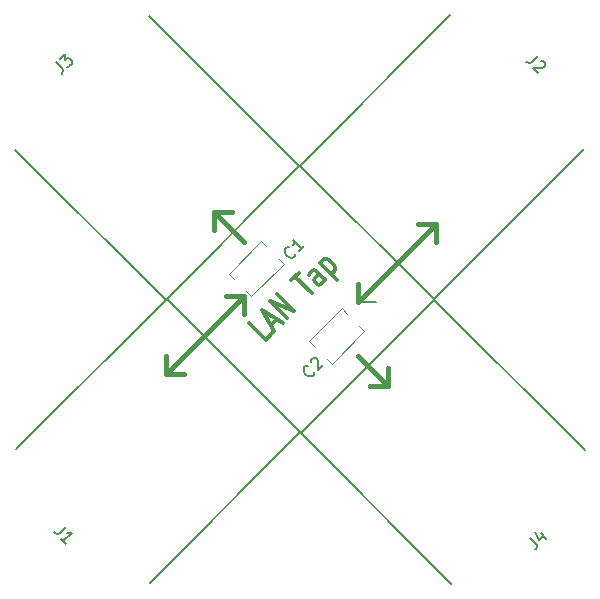
<source format=gto>
G04 #@! TF.FileFunction,Legend,Top*
%FSLAX46Y46*%
G04 Gerber Fmt 4.6, Leading zero omitted, Abs format (unit mm)*
G04 Created by KiCad (PCBNEW 4.0.6) date 07/08/18 16:23:34*
%MOMM*%
%LPD*%
G01*
G04 APERTURE LIST*
%ADD10C,0.100000*%
%ADD11C,0.203200*%
%ADD12C,0.381000*%
%ADD13C,0.304800*%
%ADD14C,0.200000*%
%ADD15C,0.120000*%
%ADD16C,0.150000*%
G04 APERTURE END LIST*
D10*
D11*
X52158000Y-46932000D02*
X53682000Y-46932000D01*
D12*
X52158000Y-46932000D02*
X52158000Y-45408000D01*
X58762000Y-40328000D02*
X52158000Y-46932000D01*
X58762000Y-40328000D02*
X57238000Y-40328000D01*
X58762000Y-40328000D02*
X58762000Y-41852000D01*
X42506000Y-46424000D02*
X42506000Y-47948000D01*
X42506000Y-46424000D02*
X40982000Y-46424000D01*
X35902000Y-53028000D02*
X42506000Y-46424000D01*
X35902000Y-53028000D02*
X37426000Y-53028000D01*
X35902000Y-53028000D02*
X35902000Y-51504000D01*
X54698000Y-54044000D02*
X52158000Y-51504000D01*
X54698000Y-54044000D02*
X53174000Y-54044000D01*
X54698000Y-54044000D02*
X54698000Y-52520000D01*
X39966000Y-39312000D02*
X42506000Y-41852000D01*
X39966000Y-39312000D02*
X41490000Y-39312000D01*
X39966000Y-39312000D02*
X39966000Y-40836000D01*
D13*
X44911186Y-49638813D02*
X44398028Y-50151970D01*
X42961188Y-48715129D01*
X44808555Y-48920393D02*
X45321712Y-48407235D01*
X45116449Y-49433550D02*
X44038818Y-47637499D01*
X45834869Y-48715129D01*
X46194080Y-48355919D02*
X44757239Y-46919078D01*
X46809869Y-47740130D01*
X45373028Y-46303289D01*
X46553290Y-45123027D02*
X47169079Y-44507238D01*
X48298025Y-46251974D02*
X46861184Y-44815133D01*
X49426972Y-45123027D02*
X48674341Y-44370396D01*
X48486183Y-44284869D01*
X48315131Y-44319080D01*
X48109867Y-44524343D01*
X48075657Y-44695396D01*
X49358551Y-45054606D02*
X49324340Y-45225659D01*
X49067762Y-45482237D01*
X48896709Y-45516448D01*
X48708551Y-45430921D01*
X48571710Y-45294080D01*
X48486183Y-45105922D01*
X48520394Y-44934869D01*
X48776972Y-44678291D01*
X48811183Y-44507238D01*
X48982235Y-43651975D02*
X50419076Y-45088816D01*
X49050656Y-43720396D02*
X49084867Y-43549344D01*
X49290130Y-43344081D01*
X49461182Y-43309870D01*
X49580919Y-43326976D01*
X49769077Y-43412502D01*
X50179602Y-43823028D01*
X50265129Y-44011186D01*
X50282235Y-44130922D01*
X50248024Y-44301975D01*
X50042761Y-44507238D01*
X49871708Y-44541449D01*
D14*
X23189185Y-34082893D02*
X35917107Y-46810815D01*
X35917107Y-46810815D02*
X47230815Y-35497107D01*
X47230815Y-35497107D02*
X34502893Y-22769185D01*
X34562893Y-70740815D02*
X47290815Y-58012893D01*
X47290815Y-58012893D02*
X35977107Y-46699185D01*
X35977107Y-46699185D02*
X23249185Y-59427107D01*
X59997107Y-22709185D02*
X47269185Y-35437107D01*
X47269185Y-35437107D02*
X58582893Y-46750815D01*
X58582893Y-46750815D02*
X71310815Y-34022893D01*
D15*
X41226289Y-44580381D02*
X43998148Y-41808522D01*
X43149619Y-46503711D02*
X45921478Y-43731852D01*
X41226289Y-44580381D02*
X41657624Y-45011716D01*
X42718284Y-46072376D02*
X43149619Y-46503711D01*
X43998148Y-41808522D02*
X44429483Y-42239857D01*
X45490143Y-43300517D02*
X45921478Y-43731852D01*
X48036289Y-50290381D02*
X50808148Y-47518522D01*
X49959619Y-52213711D02*
X52731478Y-49441852D01*
X48036289Y-50290381D02*
X48467624Y-50721716D01*
X49528284Y-51782376D02*
X49959619Y-52213711D01*
X50808148Y-47518522D02*
X51239483Y-47949857D01*
X52300143Y-49010517D02*
X52731478Y-49441852D01*
D14*
X71370815Y-59497107D02*
X58642893Y-46769185D01*
X58642893Y-46769185D02*
X47329185Y-58082893D01*
X47329185Y-58082893D02*
X60057107Y-70810815D01*
D16*
X26660406Y-26669384D02*
X27165482Y-27174460D01*
X27232825Y-27309148D01*
X27232825Y-27443835D01*
X27165482Y-27578522D01*
X27098138Y-27645865D01*
X26929780Y-26400010D02*
X27367513Y-25962277D01*
X27401184Y-26467354D01*
X27502200Y-26366338D01*
X27603215Y-26332666D01*
X27670558Y-26332666D01*
X27771574Y-26366338D01*
X27939933Y-26534697D01*
X27973604Y-26635712D01*
X27973604Y-26703056D01*
X27939933Y-26804071D01*
X27737902Y-27006102D01*
X27636886Y-27039774D01*
X27569543Y-27039774D01*
X27452430Y-66023740D02*
X26947354Y-66528816D01*
X26812666Y-66596159D01*
X26677979Y-66596159D01*
X26543292Y-66528816D01*
X26475949Y-66461472D01*
X27452430Y-67437953D02*
X27048369Y-67033892D01*
X27250399Y-67235922D02*
X27957506Y-66528816D01*
X27789147Y-66562487D01*
X27654460Y-66562487D01*
X27553445Y-66528816D01*
X67410616Y-26180406D02*
X66905540Y-26685482D01*
X66770852Y-26752825D01*
X66636165Y-26752825D01*
X66501478Y-26685482D01*
X66434135Y-26618138D01*
X67646318Y-26550795D02*
X67713662Y-26550795D01*
X67814677Y-26584466D01*
X67983036Y-26752826D01*
X68016708Y-26853841D01*
X68016708Y-26921184D01*
X67983036Y-27022200D01*
X67915693Y-27089543D01*
X67781006Y-27156886D01*
X66972883Y-27156886D01*
X67410616Y-27594619D01*
X46884688Y-42870389D02*
X46884688Y-42937732D01*
X46817344Y-43072419D01*
X46750001Y-43139763D01*
X46615313Y-43207107D01*
X46480626Y-43207107D01*
X46379611Y-43173435D01*
X46211253Y-43072420D01*
X46110237Y-42971404D01*
X46009222Y-42803045D01*
X45975550Y-42702030D01*
X45975550Y-42567343D01*
X46042894Y-42432656D01*
X46110237Y-42365312D01*
X46244924Y-42297969D01*
X46312268Y-42297969D01*
X47625466Y-42264297D02*
X47221405Y-42668359D01*
X47423435Y-42466328D02*
X46716328Y-41759222D01*
X46750000Y-41927580D01*
X46750000Y-42062267D01*
X46716328Y-42163282D01*
X48494688Y-52930389D02*
X48494688Y-52997732D01*
X48427344Y-53132419D01*
X48360001Y-53199763D01*
X48225313Y-53267107D01*
X48090626Y-53267107D01*
X47989611Y-53233435D01*
X47821253Y-53132420D01*
X47720237Y-53031404D01*
X47619222Y-52863045D01*
X47585550Y-52762030D01*
X47585550Y-52627343D01*
X47652894Y-52492656D01*
X47720237Y-52425312D01*
X47854924Y-52357969D01*
X47922268Y-52357969D01*
X48191641Y-52088595D02*
X48191641Y-52021252D01*
X48225313Y-51920237D01*
X48393672Y-51751877D01*
X48494688Y-51718206D01*
X48562031Y-51718206D01*
X48663046Y-51751877D01*
X48730390Y-51819221D01*
X48797733Y-51953908D01*
X48797733Y-52762030D01*
X49235466Y-52324297D01*
X66767073Y-66938477D02*
X67272149Y-67443553D01*
X67339492Y-67578241D01*
X67339492Y-67712928D01*
X67272149Y-67847615D01*
X67204805Y-67914958D01*
X67642538Y-66534416D02*
X68113943Y-67005820D01*
X67204805Y-66433401D02*
X67541523Y-67106836D01*
X67979256Y-66669103D01*
M02*

</source>
